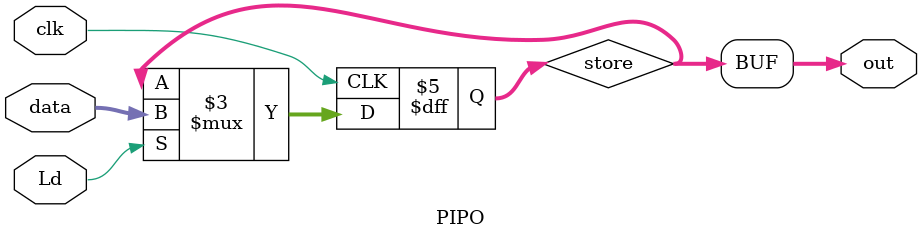
<source format=v>
`timescale 1ns / 1ps


module PIPO(
input [15:0] data, input Ld, clk, output [15:0] out
    );
    reg [15:0] store;
    assign out= store;
    always@(posedge clk) begin
        if (Ld==1)store<=data;
        end 
endmodule

</source>
